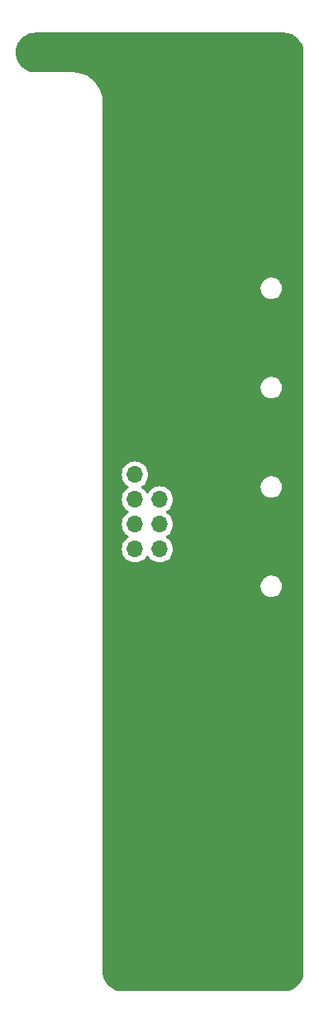
<source format=gbr>
%TF.GenerationSoftware,KiCad,Pcbnew,8.0.3-8.0.3-0~ubuntu22.04.1*%
%TF.CreationDate,2024-08-09T14:07:44+03:00*%
%TF.ProjectId,PM-PS-AC230-front,504d2d50-532d-4414-9332-33302d66726f,rev?*%
%TF.SameCoordinates,Original*%
%TF.FileFunction,Copper,L1,Top*%
%TF.FilePolarity,Positive*%
%FSLAX46Y46*%
G04 Gerber Fmt 4.6, Leading zero omitted, Abs format (unit mm)*
G04 Created by KiCad (PCBNEW 8.0.3-8.0.3-0~ubuntu22.04.1) date 2024-08-09 14:07:44*
%MOMM*%
%LPD*%
G01*
G04 APERTURE LIST*
%TA.AperFunction,ComponentPad*%
%ADD10R,1.700000X1.700000*%
%TD*%
%TA.AperFunction,ComponentPad*%
%ADD11O,1.700000X1.700000*%
%TD*%
G04 APERTURE END LIST*
D10*
%TO.P,J1,1,Pin_1*%
%TO.N,GND*%
X66040000Y-96520000D03*
D11*
%TO.P,J1,2,Pin_2*%
%TO.N,+24V*%
X63500000Y-96520000D03*
%TO.P,J1,3,Pin_3*%
%TO.N,+5V*%
X66040000Y-99060000D03*
%TO.P,J1,4,Pin_4*%
X63500000Y-99060000D03*
%TO.P,J1,5,Pin_5*%
%TO.N,+3.3V*%
X66040000Y-101600000D03*
%TO.P,J1,6,Pin_6*%
X63500000Y-101600000D03*
%TO.P,J1,7,Pin_7*%
%TO.N,230V*%
X66040000Y-104140000D03*
%TO.P,J1,8,Pin_8*%
%TO.N,N*%
X63500000Y-104140000D03*
%TD*%
%TA.AperFunction,Conductor*%
%TO.N,GND*%
G36*
X78744042Y-51300765D02*
G01*
X78766774Y-51302254D01*
X78998114Y-51317417D01*
X79014172Y-51319532D01*
X79259888Y-51368408D01*
X79275554Y-51372606D01*
X79426736Y-51423925D01*
X79512788Y-51453136D01*
X79527765Y-51459339D01*
X79745336Y-51566633D01*
X79752460Y-51570146D01*
X79766508Y-51578256D01*
X79974815Y-51717443D01*
X79987679Y-51727314D01*
X80176033Y-51892497D01*
X80187502Y-51903966D01*
X80352685Y-52092320D01*
X80362559Y-52105188D01*
X80501743Y-52313492D01*
X80509853Y-52327539D01*
X80620657Y-52552227D01*
X80626864Y-52567213D01*
X80707393Y-52804445D01*
X80711591Y-52820111D01*
X80760465Y-53065813D01*
X80762583Y-53081895D01*
X80778968Y-53331890D01*
X80779235Y-53335956D01*
X80779500Y-53344066D01*
X80779500Y-147315933D01*
X80779235Y-147324043D01*
X80762583Y-147578104D01*
X80760465Y-147594186D01*
X80711591Y-147839888D01*
X80707393Y-147855554D01*
X80626864Y-148092786D01*
X80620657Y-148107772D01*
X80509853Y-148332460D01*
X80501743Y-148346507D01*
X80362559Y-148554811D01*
X80352685Y-148567679D01*
X80187502Y-148756033D01*
X80176033Y-148767502D01*
X79987679Y-148932685D01*
X79974811Y-148942559D01*
X79766507Y-149081743D01*
X79752460Y-149089853D01*
X79527772Y-149200657D01*
X79512786Y-149206864D01*
X79275554Y-149287393D01*
X79259888Y-149291591D01*
X79014186Y-149340465D01*
X78998104Y-149342583D01*
X78744043Y-149359235D01*
X78735933Y-149359500D01*
X62234067Y-149359500D01*
X62225957Y-149359235D01*
X61971895Y-149342583D01*
X61955814Y-149340465D01*
X61920770Y-149333494D01*
X61710111Y-149291591D01*
X61694445Y-149287393D01*
X61457213Y-149206864D01*
X61442227Y-149200657D01*
X61217539Y-149089853D01*
X61203492Y-149081743D01*
X60995188Y-148942559D01*
X60982320Y-148932685D01*
X60793966Y-148767502D01*
X60782497Y-148756033D01*
X60617314Y-148567679D01*
X60607440Y-148554811D01*
X60468256Y-148346507D01*
X60460146Y-148332460D01*
X60349464Y-148108019D01*
X60349339Y-148107765D01*
X60343135Y-148092786D01*
X60262606Y-147855554D01*
X60258408Y-147839888D01*
X60249736Y-147796292D01*
X60209532Y-147594172D01*
X60207417Y-147578114D01*
X60190765Y-147324042D01*
X60190500Y-147315933D01*
X60190500Y-107863389D01*
X76369500Y-107863389D01*
X76369500Y-108036611D01*
X76396598Y-108207701D01*
X76450127Y-108372445D01*
X76528768Y-108526788D01*
X76630586Y-108666928D01*
X76753072Y-108789414D01*
X76893212Y-108891232D01*
X77047555Y-108969873D01*
X77212299Y-109023402D01*
X77383389Y-109050500D01*
X77383390Y-109050500D01*
X77556610Y-109050500D01*
X77556611Y-109050500D01*
X77727701Y-109023402D01*
X77892445Y-108969873D01*
X78046788Y-108891232D01*
X78186928Y-108789414D01*
X78309414Y-108666928D01*
X78411232Y-108526788D01*
X78489873Y-108372445D01*
X78543402Y-108207701D01*
X78570500Y-108036611D01*
X78570500Y-107863389D01*
X78543402Y-107692299D01*
X78489873Y-107527555D01*
X78411232Y-107373212D01*
X78309414Y-107233072D01*
X78186928Y-107110586D01*
X78046788Y-107008768D01*
X77892445Y-106930127D01*
X77727701Y-106876598D01*
X77727699Y-106876597D01*
X77727698Y-106876597D01*
X77596271Y-106855781D01*
X77556611Y-106849500D01*
X77383389Y-106849500D01*
X77343728Y-106855781D01*
X77212302Y-106876597D01*
X77047552Y-106930128D01*
X76893211Y-107008768D01*
X76813256Y-107066859D01*
X76753072Y-107110586D01*
X76753070Y-107110588D01*
X76753069Y-107110588D01*
X76630588Y-107233069D01*
X76630588Y-107233070D01*
X76630586Y-107233072D01*
X76586859Y-107293256D01*
X76528768Y-107373211D01*
X76450128Y-107527552D01*
X76396597Y-107692302D01*
X76369500Y-107863389D01*
X60190500Y-107863389D01*
X60190500Y-96519999D01*
X62144341Y-96519999D01*
X62144341Y-96520000D01*
X62164936Y-96755403D01*
X62164938Y-96755413D01*
X62226094Y-96983655D01*
X62226096Y-96983659D01*
X62226097Y-96983663D01*
X62325965Y-97197830D01*
X62325967Y-97197834D01*
X62461501Y-97391395D01*
X62461506Y-97391402D01*
X62628597Y-97558493D01*
X62628603Y-97558498D01*
X62814158Y-97688425D01*
X62857783Y-97743002D01*
X62864977Y-97812500D01*
X62833454Y-97874855D01*
X62814158Y-97891575D01*
X62628597Y-98021505D01*
X62461505Y-98188597D01*
X62325965Y-98382169D01*
X62325964Y-98382171D01*
X62226098Y-98596335D01*
X62226094Y-98596344D01*
X62164938Y-98824586D01*
X62164936Y-98824596D01*
X62144341Y-99059999D01*
X62144341Y-99060000D01*
X62164936Y-99295403D01*
X62164938Y-99295413D01*
X62226094Y-99523655D01*
X62226096Y-99523659D01*
X62226097Y-99523663D01*
X62230000Y-99532032D01*
X62325965Y-99737830D01*
X62325967Y-99737834D01*
X62434281Y-99892521D01*
X62461501Y-99931396D01*
X62461506Y-99931402D01*
X62628597Y-100098493D01*
X62628603Y-100098498D01*
X62814158Y-100228425D01*
X62857783Y-100283002D01*
X62864977Y-100352500D01*
X62833454Y-100414855D01*
X62814158Y-100431575D01*
X62628597Y-100561505D01*
X62461505Y-100728597D01*
X62325965Y-100922169D01*
X62325964Y-100922171D01*
X62226098Y-101136335D01*
X62226094Y-101136344D01*
X62164938Y-101364586D01*
X62164936Y-101364596D01*
X62144341Y-101599999D01*
X62144341Y-101600000D01*
X62164936Y-101835403D01*
X62164938Y-101835413D01*
X62226094Y-102063655D01*
X62226096Y-102063659D01*
X62226097Y-102063663D01*
X62230000Y-102072032D01*
X62325965Y-102277830D01*
X62325967Y-102277834D01*
X62434281Y-102432521D01*
X62461501Y-102471396D01*
X62461506Y-102471402D01*
X62628597Y-102638493D01*
X62628603Y-102638498D01*
X62814158Y-102768425D01*
X62857783Y-102823002D01*
X62864977Y-102892500D01*
X62833454Y-102954855D01*
X62814158Y-102971575D01*
X62628597Y-103101505D01*
X62461505Y-103268597D01*
X62325965Y-103462169D01*
X62325964Y-103462171D01*
X62226098Y-103676335D01*
X62226094Y-103676344D01*
X62164938Y-103904586D01*
X62164936Y-103904596D01*
X62144341Y-104139999D01*
X62144341Y-104140000D01*
X62164936Y-104375403D01*
X62164938Y-104375413D01*
X62226094Y-104603655D01*
X62226096Y-104603659D01*
X62226097Y-104603663D01*
X62230000Y-104612032D01*
X62325965Y-104817830D01*
X62325967Y-104817834D01*
X62434281Y-104972521D01*
X62461505Y-105011401D01*
X62628599Y-105178495D01*
X62725384Y-105246265D01*
X62822165Y-105314032D01*
X62822167Y-105314033D01*
X62822170Y-105314035D01*
X63036337Y-105413903D01*
X63264592Y-105475063D01*
X63452918Y-105491539D01*
X63499999Y-105495659D01*
X63500000Y-105495659D01*
X63500001Y-105495659D01*
X63539234Y-105492226D01*
X63735408Y-105475063D01*
X63963663Y-105413903D01*
X64177830Y-105314035D01*
X64371401Y-105178495D01*
X64538495Y-105011401D01*
X64668425Y-104825842D01*
X64723002Y-104782217D01*
X64792500Y-104775023D01*
X64854855Y-104806546D01*
X64871575Y-104825842D01*
X65001500Y-105011395D01*
X65001505Y-105011401D01*
X65168599Y-105178495D01*
X65265384Y-105246265D01*
X65362165Y-105314032D01*
X65362167Y-105314033D01*
X65362170Y-105314035D01*
X65576337Y-105413903D01*
X65804592Y-105475063D01*
X65992918Y-105491539D01*
X66039999Y-105495659D01*
X66040000Y-105495659D01*
X66040001Y-105495659D01*
X66079234Y-105492226D01*
X66275408Y-105475063D01*
X66503663Y-105413903D01*
X66717830Y-105314035D01*
X66911401Y-105178495D01*
X67078495Y-105011401D01*
X67214035Y-104817830D01*
X67313903Y-104603663D01*
X67375063Y-104375408D01*
X67395659Y-104140000D01*
X67375063Y-103904592D01*
X67313903Y-103676337D01*
X67214035Y-103462171D01*
X67208425Y-103454158D01*
X67078494Y-103268597D01*
X66911402Y-103101506D01*
X66911396Y-103101501D01*
X66725842Y-102971575D01*
X66682217Y-102916998D01*
X66675023Y-102847500D01*
X66706546Y-102785145D01*
X66725842Y-102768425D01*
X66748026Y-102752891D01*
X66911401Y-102638495D01*
X67078495Y-102471401D01*
X67214035Y-102277830D01*
X67313903Y-102063663D01*
X67375063Y-101835408D01*
X67395659Y-101600000D01*
X67375063Y-101364592D01*
X67313903Y-101136337D01*
X67214035Y-100922171D01*
X67208425Y-100914158D01*
X67078494Y-100728597D01*
X66911402Y-100561506D01*
X66911396Y-100561501D01*
X66725842Y-100431575D01*
X66682217Y-100376998D01*
X66675023Y-100307500D01*
X66706546Y-100245145D01*
X66725842Y-100228425D01*
X66748026Y-100212891D01*
X66911401Y-100098495D01*
X67078495Y-99931401D01*
X67214035Y-99737830D01*
X67313903Y-99523663D01*
X67375063Y-99295408D01*
X67395659Y-99060000D01*
X67375063Y-98824592D01*
X67313903Y-98596337D01*
X67214035Y-98382171D01*
X67208425Y-98374158D01*
X67078494Y-98188597D01*
X66911402Y-98021506D01*
X66911395Y-98021501D01*
X66717834Y-97885967D01*
X66717830Y-97885965D01*
X66697768Y-97876610D01*
X66503663Y-97786097D01*
X66503659Y-97786096D01*
X66503655Y-97786094D01*
X66275413Y-97724938D01*
X66275403Y-97724936D01*
X66040001Y-97704341D01*
X66039999Y-97704341D01*
X65804596Y-97724936D01*
X65804586Y-97724938D01*
X65576344Y-97786094D01*
X65576335Y-97786098D01*
X65362171Y-97885964D01*
X65362169Y-97885965D01*
X65168597Y-98021505D01*
X65001505Y-98188597D01*
X64871575Y-98374158D01*
X64816998Y-98417783D01*
X64747500Y-98424977D01*
X64685145Y-98393454D01*
X64668425Y-98374158D01*
X64538494Y-98188597D01*
X64371402Y-98021506D01*
X64371396Y-98021501D01*
X64185842Y-97891575D01*
X64142217Y-97836998D01*
X64135023Y-97767500D01*
X64166546Y-97705145D01*
X64168573Y-97703389D01*
X76369500Y-97703389D01*
X76369500Y-97876611D01*
X76396598Y-98047701D01*
X76450127Y-98212445D01*
X76528768Y-98366788D01*
X76630586Y-98506928D01*
X76753072Y-98629414D01*
X76893212Y-98731232D01*
X77047555Y-98809873D01*
X77212299Y-98863402D01*
X77383389Y-98890500D01*
X77383390Y-98890500D01*
X77556610Y-98890500D01*
X77556611Y-98890500D01*
X77727701Y-98863402D01*
X77892445Y-98809873D01*
X78046788Y-98731232D01*
X78186928Y-98629414D01*
X78309414Y-98506928D01*
X78411232Y-98366788D01*
X78489873Y-98212445D01*
X78543402Y-98047701D01*
X78570500Y-97876611D01*
X78570500Y-97703389D01*
X78543402Y-97532299D01*
X78489873Y-97367555D01*
X78411232Y-97213212D01*
X78309414Y-97073072D01*
X78186928Y-96950586D01*
X78046788Y-96848768D01*
X77892445Y-96770127D01*
X77727701Y-96716598D01*
X77727699Y-96716597D01*
X77727698Y-96716597D01*
X77596271Y-96695781D01*
X77556611Y-96689500D01*
X77383389Y-96689500D01*
X77343728Y-96695781D01*
X77212302Y-96716597D01*
X77047552Y-96770128D01*
X76893211Y-96848768D01*
X76813256Y-96906859D01*
X76753072Y-96950586D01*
X76753070Y-96950588D01*
X76753069Y-96950588D01*
X76630588Y-97073069D01*
X76630588Y-97073070D01*
X76630586Y-97073072D01*
X76586859Y-97133256D01*
X76528768Y-97213211D01*
X76450128Y-97367552D01*
X76396597Y-97532302D01*
X76369500Y-97703389D01*
X64168573Y-97703389D01*
X64185842Y-97688425D01*
X64208026Y-97672891D01*
X64371401Y-97558495D01*
X64538495Y-97391401D01*
X64674035Y-97197830D01*
X64773903Y-96983663D01*
X64835063Y-96755408D01*
X64855659Y-96520000D01*
X64835063Y-96284592D01*
X64773903Y-96056337D01*
X64674035Y-95842171D01*
X64538495Y-95648599D01*
X64538494Y-95648597D01*
X64371402Y-95481506D01*
X64371395Y-95481501D01*
X64177834Y-95345967D01*
X64177830Y-95345965D01*
X64177828Y-95345964D01*
X63963663Y-95246097D01*
X63963659Y-95246096D01*
X63963655Y-95246094D01*
X63735413Y-95184938D01*
X63735403Y-95184936D01*
X63500001Y-95164341D01*
X63499999Y-95164341D01*
X63264596Y-95184936D01*
X63264586Y-95184938D01*
X63036344Y-95246094D01*
X63036335Y-95246098D01*
X62822171Y-95345964D01*
X62822169Y-95345965D01*
X62628597Y-95481505D01*
X62461505Y-95648597D01*
X62325965Y-95842169D01*
X62325964Y-95842171D01*
X62226098Y-96056335D01*
X62226094Y-96056344D01*
X62164938Y-96284586D01*
X62164936Y-96284596D01*
X62144341Y-96519999D01*
X60190500Y-96519999D01*
X60190500Y-87543389D01*
X76369500Y-87543389D01*
X76369500Y-87716611D01*
X76396598Y-87887701D01*
X76450127Y-88052445D01*
X76528768Y-88206788D01*
X76630586Y-88346928D01*
X76753072Y-88469414D01*
X76893212Y-88571232D01*
X77047555Y-88649873D01*
X77212299Y-88703402D01*
X77383389Y-88730500D01*
X77383390Y-88730500D01*
X77556610Y-88730500D01*
X77556611Y-88730500D01*
X77727701Y-88703402D01*
X77892445Y-88649873D01*
X78046788Y-88571232D01*
X78186928Y-88469414D01*
X78309414Y-88346928D01*
X78411232Y-88206788D01*
X78489873Y-88052445D01*
X78543402Y-87887701D01*
X78570500Y-87716611D01*
X78570500Y-87543389D01*
X78543402Y-87372299D01*
X78489873Y-87207555D01*
X78411232Y-87053212D01*
X78309414Y-86913072D01*
X78186928Y-86790586D01*
X78046788Y-86688768D01*
X77892445Y-86610127D01*
X77727701Y-86556598D01*
X77727699Y-86556597D01*
X77727698Y-86556597D01*
X77596271Y-86535781D01*
X77556611Y-86529500D01*
X77383389Y-86529500D01*
X77343728Y-86535781D01*
X77212302Y-86556597D01*
X77047552Y-86610128D01*
X76893211Y-86688768D01*
X76813256Y-86746859D01*
X76753072Y-86790586D01*
X76753070Y-86790588D01*
X76753069Y-86790588D01*
X76630588Y-86913069D01*
X76630588Y-86913070D01*
X76630586Y-86913072D01*
X76586859Y-86973256D01*
X76528768Y-87053211D01*
X76450128Y-87207552D01*
X76396597Y-87372302D01*
X76369500Y-87543389D01*
X60190500Y-87543389D01*
X60190500Y-77383389D01*
X76369500Y-77383389D01*
X76369500Y-77556611D01*
X76396598Y-77727701D01*
X76450127Y-77892445D01*
X76528768Y-78046788D01*
X76630586Y-78186928D01*
X76753072Y-78309414D01*
X76893212Y-78411232D01*
X77047555Y-78489873D01*
X77212299Y-78543402D01*
X77383389Y-78570500D01*
X77383390Y-78570500D01*
X77556610Y-78570500D01*
X77556611Y-78570500D01*
X77727701Y-78543402D01*
X77892445Y-78489873D01*
X78046788Y-78411232D01*
X78186928Y-78309414D01*
X78309414Y-78186928D01*
X78411232Y-78046788D01*
X78489873Y-77892445D01*
X78543402Y-77727701D01*
X78570500Y-77556611D01*
X78570500Y-77383389D01*
X78543402Y-77212299D01*
X78489873Y-77047555D01*
X78411232Y-76893212D01*
X78309414Y-76753072D01*
X78186928Y-76630586D01*
X78046788Y-76528768D01*
X77892445Y-76450127D01*
X77727701Y-76396598D01*
X77727699Y-76396597D01*
X77727698Y-76396597D01*
X77596271Y-76375781D01*
X77556611Y-76369500D01*
X77383389Y-76369500D01*
X77343728Y-76375781D01*
X77212302Y-76396597D01*
X77047552Y-76450128D01*
X76893211Y-76528768D01*
X76813256Y-76586859D01*
X76753072Y-76630586D01*
X76753070Y-76630588D01*
X76753069Y-76630588D01*
X76630588Y-76753069D01*
X76630588Y-76753070D01*
X76630586Y-76753072D01*
X76586859Y-76813256D01*
X76528768Y-76893211D01*
X76450128Y-77047552D01*
X76396597Y-77212302D01*
X76369500Y-77383389D01*
X60190500Y-77383389D01*
X60190500Y-58260657D01*
X60179268Y-58153792D01*
X60157188Y-57943708D01*
X60090928Y-57631981D01*
X59992447Y-57328887D01*
X59862824Y-57037747D01*
X59703479Y-56761753D01*
X59703479Y-56761752D01*
X59516148Y-56503916D01*
X59404275Y-56379670D01*
X59302909Y-56267091D01*
X59201541Y-56175819D01*
X59066083Y-56053851D01*
X59064669Y-56052824D01*
X58845350Y-55893478D01*
X58808246Y-55866520D01*
X58532262Y-55707181D01*
X58532257Y-55707178D01*
X58532253Y-55707176D01*
X58241113Y-55577553D01*
X58241108Y-55577551D01*
X58241105Y-55577550D01*
X58067710Y-55521211D01*
X57938019Y-55479072D01*
X57938016Y-55479071D01*
X57938015Y-55479071D01*
X57938014Y-55479070D01*
X57669245Y-55421942D01*
X57626295Y-55412812D01*
X57490458Y-55398535D01*
X57309346Y-55379500D01*
X57309342Y-55379500D01*
X53344067Y-55379500D01*
X53335957Y-55379235D01*
X53081895Y-55362583D01*
X53065814Y-55360465D01*
X53030770Y-55353494D01*
X52820111Y-55311591D01*
X52804445Y-55307393D01*
X52567213Y-55226864D01*
X52552227Y-55220657D01*
X52327539Y-55109853D01*
X52313492Y-55101743D01*
X52105188Y-54962559D01*
X52092320Y-54952685D01*
X51903966Y-54787502D01*
X51892497Y-54776033D01*
X51727314Y-54587679D01*
X51717440Y-54574811D01*
X51578256Y-54366507D01*
X51570146Y-54352460D01*
X51459464Y-54128019D01*
X51459339Y-54127765D01*
X51453135Y-54112786D01*
X51372606Y-53875554D01*
X51368408Y-53859888D01*
X51359736Y-53816292D01*
X51319532Y-53614172D01*
X51317417Y-53598116D01*
X51301031Y-53348101D01*
X51301031Y-53331898D01*
X51317417Y-53081881D01*
X51319531Y-53065829D01*
X51368409Y-52820107D01*
X51372606Y-52804445D01*
X51396197Y-52734945D01*
X51453138Y-52567205D01*
X51459336Y-52552239D01*
X51570149Y-52327533D01*
X51578252Y-52313498D01*
X51717448Y-52105176D01*
X51727305Y-52092331D01*
X51892502Y-51903960D01*
X51903960Y-51892502D01*
X52092331Y-51727305D01*
X52105176Y-51717448D01*
X52313498Y-51578252D01*
X52327533Y-51570149D01*
X52552239Y-51459336D01*
X52567205Y-51453138D01*
X52734945Y-51396197D01*
X52804445Y-51372606D01*
X52820107Y-51368409D01*
X53065829Y-51319531D01*
X53081883Y-51317417D01*
X53314848Y-51302148D01*
X53335958Y-51300765D01*
X53344067Y-51300500D01*
X53405892Y-51300500D01*
X78674108Y-51300500D01*
X78735933Y-51300500D01*
X78744042Y-51300765D01*
G37*
%TD.AperFunction*%
%TD*%
M02*

</source>
